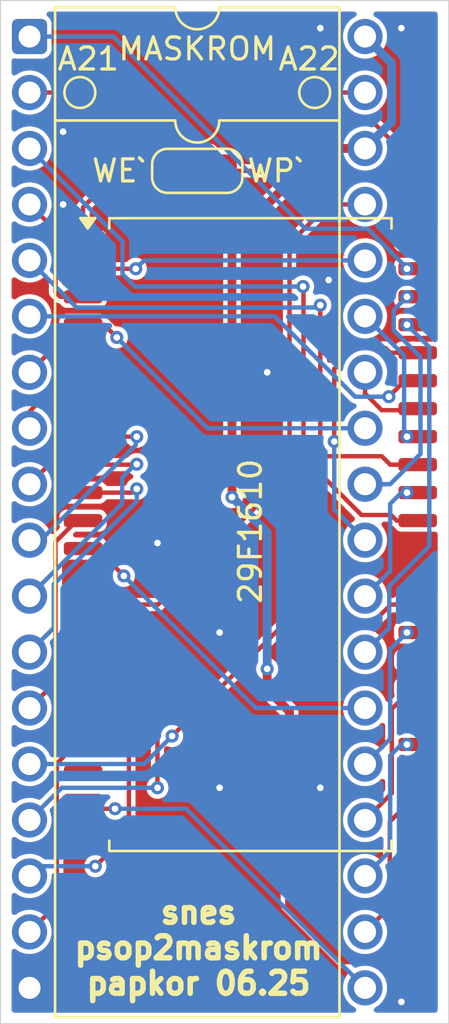
<source format=kicad_pcb>
(kicad_pcb (version 20241229) (generator "pcbnew") (generator_version "9.0")
  (layers (0 "F.Cu" signal) (2 "B.Cu" signal) (13 "F.Paste" user) (15 "B.Paste" user) (5 "F.SilkS" user "F.Silkscreen") (7 "B.SilkS" user "B.Silkscreen") (1 "F.Mask" user) (3 "B.Mask" user) (25 "Edge.Cuts" user))
  (net 0 "")
  (net 1 "/A21")
  (net 2 "/A20")
  (net 3 "/A5")
  (net 4 "/A19")
  (net 5 "/A1")
  (net 6 "/A9")
  (net 7 "/A2")
  (net 8 "/A14")
  (net 9 "/A0")
  (net 10 "/Vcc")
  (net 11 "/A7")
  (net 12 "/A11")
  (net 13 "/A3")
  (net 14 "/A18")
  (net 15 "/D6")
  (net 16 "/D1")
  (net 17 "/D5")
  (net 18 "/CE`")
  (net 19 "/A13")
  (net 20 "/A6")
  (net 21 "/A10")
  (net 22 "/D2")
  (net 23 "/D4")
  (net 24 "/D3")
  (net 25 "/A4")
  (net 26 "/A8")
  (net 27 "/D7")
  (net 28 "/A12")
  (net 29 "/A16")
  (net 30 "/Vss")
  (net 31 "/A15")
  (net 32 "/D0")
  (net 33 "/A22")
  (net 34 "/OE`")
  (net 35 "/A17")
  (net 39 "/WE`")
  (net 44 "/WP`")
  (footprint "TestPoint:TestPoint_Pad_D1.0mm" (layer "F.Cu") (at 116.205 68.58)
    (property "Reference" "TP1" (hide yes))
    (property "Value" "A21" (at 0.381 -1.524 0) (layer "F.SilkS"))
    (fp_circle (center 0 0) (end 0 0.7) (stroke (width 0.12)) (fill no) (layer "F.SilkS"))
    (pad "1" smd circle (at 0 0) (size 1 1) (layers "F.Cu" "F.Mask") (net 1 "/A21"))
  )
  (footprint "TestPoint:TestPoint_Pad_D1.0mm" (layer "F.Cu") (at 126.873 68.58)
    (property "Reference" "TP2" (hide yes))
    (property "Value" "A22" (at -0.254 -1.524 0) (layer "F.SilkS"))
    (fp_circle (center 0 0) (end 0 0.7) (stroke (width 0.12)) (fill no) (layer "F.SilkS"))
    (pad "1" smd circle (at 0 0) (size 1 1) (layers "F.Cu" "F.Mask") (net 33 "/A22"))
  )
  (footprint "Package_SO:SOP-44_12.6x28.5mm_P1.27mm" (layer "F.Cu") (at 123.952 88.646)
    (property "Reference" "U3" (hide yes))
    (property "Value" "29F1610" (at 0 -0.146 90) (layer "F.SilkS"))
    (fp_line (start -6.41 -14.36) (end -6.41 -13.895) (stroke (width 0.12)) (layer "F.SilkS"))
    (fp_line (start -6.41 14.36) (end -6.41 13.895) (stroke (width 0.12)) (layer "F.SilkS"))
    (fp_line (start 0 -14.36) (end -6.41 -14.36) (stroke (width 0.12)) (layer "F.SilkS"))
    (fp_line (start 0 -14.36) (end 6.41 -14.36) (stroke (width 0.12)) (layer "F.SilkS"))
    (fp_line (start 0 14.36) (end -6.41 14.36) (stroke (width 0.12)) (layer "F.SilkS"))
    (fp_line (start 0 14.36) (end 6.41 14.36) (stroke (width 0.12)) (layer "F.SilkS"))
    (fp_line (start 6.41 -14.36) (end 6.41 -13.895) (stroke (width 0.12)) (layer "F.SilkS"))
    (fp_line (start 6.41 14.36) (end 6.41 13.895) (stroke (width 0.12)) (layer "F.SilkS"))
    (fp_poly (pts (xy -7.3875 -13.895) (xy -7.7275 -14.365) (xy -7.0475 -14.365)) (stroke (width 0.12)) (fill yes) (layer "F.SilkS"))
    (pad "1" smd roundrect (at -7.6 -13.335) (size 1.75 0.6) (layers "F.Cu" "F.Mask" "F.Paste") (net 39 "/WE`"))
    (pad "2" smd roundrect (at -7.6 -12.065) (size 1.75 0.6) (layers "F.Cu" "F.Mask" "F.Paste") (net 4 "/A19"))
    (pad "3" smd roundrect (at -7.6 -10.795) (size 1.75 0.6) (layers "F.Cu" "F.Mask" "F.Paste") (net 14 "/A18"))
    (pad "4" smd roundrect (at -7.6 -9.525) (size 1.75 0.6) (layers "F.Cu" "F.Mask" "F.Paste") (net 26 "/A8"))
    (pad "5" smd roundrect (at -7.6 -8.255) (size 1.75 0.6) (layers "F.Cu" "F.Mask" "F.Paste") (net 11 "/A7"))
    (pad "6" smd roundrect (at -7.6 -6.985) (size 1.75 0.6) (layers "F.Cu" "F.Mask" "F.Paste") (net 20 "/A6"))
    (pad "7" smd roundrect (at -7.6 -5.715) (size 1.75 0.6) (layers "F.Cu" "F.Mask" "F.Paste") (net 3 "/A5"))
    (pad "8" smd roundrect (at -7.6 -4.445) (size 1.75 0.6) (layers "F.Cu" "F.Mask" "F.Paste") (net 25 "/A4"))
    (pad "9" smd roundrect (at -7.6 -3.175) (size 1.75 0.6) (layers "F.Cu" "F.Mask" "F.Paste") (net 13 "/A3"))
    (pad "10" smd roundrect (at -7.6 -1.905) (size 1.75 0.6) (layers "F.Cu" "F.Mask" "F.Paste") (net 7 "/A2"))
    (pad "11" smd roundrect (at -7.6 -0.635) (size 1.75 0.6) (layers "F.Cu" "F.Mask" "F.Paste") (net 5 "/A1"))
    (pad "12" smd roundrect (at -7.6 0.635) (size 1.75 0.6) (layers "F.Cu" "F.Mask" "F.Paste") (net 18 "/CE`"))
    (pad "13" smd roundrect (at -7.6 1.905) (size 1.75 0.6) (layers "F.Cu" "F.Mask" "F.Paste") (net 30 "/Vss"))
    (pad "14" smd roundrect (at -7.6 3.175) (size 1.75 0.6) (layers "F.Cu" "F.Mask" "F.Paste") (net 34 "/OE`"))
    (pad "15" smd roundrect (at -7.6 4.445) (size 1.75 0.6) (layers "F.Cu" "F.Mask" "F.Paste") (net 32 "/D0"))
    (pad "16" smd roundrect (at -7.6 5.715) (size 1.75 0.6) (layers "F.Cu" "F.Mask" "F.Paste"))
    (pad "17" smd roundrect (at -7.6 6.985) (size 1.75 0.6) (layers "F.Cu" "F.Mask" "F.Paste") (net 16 "/D1"))
    (pad "18" smd roundrect (at -7.6 8.255) (size 1.75 0.6) (layers "F.Cu" "F.Mask" "F.Paste"))
    (pad "19" smd roundrect (at -7.6 9.525) (size 1.75 0.6) (layers "F.Cu" "F.Mask" "F.Paste") (net 22 "/D2"))
    (pad "20" smd roundrect (at -7.6 10.795) (size 1.75 0.6) (layers "F.Cu" "F.Mask" "F.Paste"))
    (pad "21" smd roundrect (at -7.6 12.065) (size 1.75 0.6) (layers "F.Cu" "F.Mask" "F.Paste") (net 24 "/D3"))
    (pad "22" smd roundrect (at -7.6 13.335) (size 1.75 0.6) (layers "F.Cu" "F.Mask" "F.Paste"))
    (pad "23" smd roundrect (at 7.6 13.335) (size 1.75 0.6) (layers "F.Cu" "F.Mask" "F.Paste") (net 10 "/Vcc"))
    (pad "24" smd roundrect (at 7.6 12.065) (size 1.75 0.6) (layers "F.Cu" "F.Mask" "F.Paste") (net 23 "/D4"))
    (pad "25" smd roundrect (at 7.6 10.795) (size 1.75 0.6) (layers "F.Cu" "F.Mask" "F.Paste"))
    (pad "26" smd roundrect (at 7.6 9.525) (size 1.75 0.6) (layers "F.Cu" "F.Mask" "F.Paste") (net 17 "/D5"))
    (pad "27" smd roundrect (at 7.6 8.255) (size 1.75 0.6) (layers "F.Cu" "F.Mask" "F.Paste"))
    (pad "28" smd roundrect (at 7.6 6.985) (size 1.75 0.6) (layers "F.Cu" "F.Mask" "F.Paste") (net 15 "/D6"))
    (pad "29" smd roundrect (at 7.6 5.715) (size 1.75 0.6) (layers "F.Cu" "F.Mask" "F.Paste"))
    (pad "30" smd roundrect (at 7.6 4.445) (size 1.75 0.6) (layers "F.Cu" "F.Mask" "F.Paste") (net 27 "/D7"))
    (pad "31" smd roundrect (at 7.6 3.175) (size 1.75 0.6) (layers "F.Cu" "F.Mask" "F.Paste") (net 9 "/A0"))
    (pad "32" smd roundrect (at 7.6 1.905) (size 1.75 0.6) (layers "F.Cu" "F.Mask" "F.Paste") (net 30 "/Vss"))
    (pad "33" smd roundrect (at 7.6 0.635) (size 1.75 0.6) (layers "F.Cu" "F.Mask" "F.Paste") (net 30 "/Vss"))
    (pad "34" smd roundrect (at 7.6 -0.635) (size 1.75 0.6) (layers "F.Cu" "F.Mask" "F.Paste") (net 35 "/A17"))
    (pad "35" smd roundrect (at 7.6 -1.905) (size 1.75 0.6) (layers "F.Cu" "F.Mask" "F.Paste") (net 29 "/A16"))
    (pad "36" smd roundrect (at 7.6 -3.175) (size 1.75 0.6) (layers "F.Cu" "F.Mask" "F.Paste") (net 31 "/A15"))
    (pad "37" smd roundrect (at 7.6 -4.445) (size 1.75 0.6) (layers "F.Cu" "F.Mask" "F.Paste") (net 8 "/A14"))
    (pad "38" smd roundrect (at 7.6 -5.715) (size 1.75 0.6) (layers "F.Cu" "F.Mask" "F.Paste") (net 19 "/A13"))
    (pad "39" smd roundrect (at 7.6 -6.985) (size 1.75 0.6) (layers "F.Cu" "F.Mask" "F.Paste") (net 28 "/A12"))
    (pad "40" smd roundrect (at 7.6 -8.255) (size 1.75 0.6) (layers "F.Cu" "F.Mask" "F.Paste") (net 12 "/A11"))
    (pad "41" smd roundrect (at 7.6 -9.525) (size 1.75 0.6) (layers "F.Cu" "F.Mask" "F.Paste") (net 21 "/A10"))
    (pad "42" smd roundrect (at 7.6 -10.795) (size 1.75 0.6) (layers "F.Cu" "F.Mask" "F.Paste") (net 6 "/A9"))
    (pad "43" smd roundrect (at 7.6 -12.065) (size 1.75 0.6) (layers "F.Cu" "F.Mask" "F.Paste") (net 2 "/A20"))
    (pad "44" smd roundrect (at 7.6 -13.335) (size 1.75 0.6) (layers "F.Cu" "F.Mask" "F.Paste") (net 44 "/WP`"))
  )
  (footprint "Jumper:SolderJumper-3_P1.3mm_Open_RoundedPad1.0x1.5mm_NumberLabels" (layer "F.Cu") (at 121.539 72.136 180)
    (property "Reference" "JP1" (hide yes))
    (property "Value" "WE`/WP`")
    (fp_line (start 2.05 -0.3) (end 2.05 0.3) (stroke (width 0.12)) (layer "F.SilkS"))
    (fp_line (start 1.4 1) (end -1.4 1) (stroke (width 0.12)) (layer "F.SilkS"))
    (fp_line (start -1.4 -1) (end 1.4 -1) (stroke (width 0.12)) (layer "F.SilkS"))
    (fp_line (start -2.05 0.3) (end -2.05 -0.3) (stroke (width 0.12)) (layer "F.SilkS"))
    (fp_arc (start 2.05 0.3) (mid 1.844975 0.794975) (end 1.35 1) (stroke (width 0.12)) (layer "F.SilkS"))
    (fp_arc (start 1.35 -1) (mid 1.844975 -0.794975) (end 2.05 -0.3) (stroke (width 0.12)) (layer "F.SilkS"))
    (fp_arc (start -1.35 1) (mid -1.844975 0.794975) (end -2.05 0.3) (stroke (width 0.12)) (layer "F.SilkS"))
    (fp_arc (start -2.05 -0.3) (mid -1.844975 -0.794975) (end -1.35 -1) (stroke (width 0.12)) (layer "F.SilkS"))
    (fp_text user "WP`" (at -3.556 0 0) (layer "F.SilkS"))
    (fp_text user "WE`" (at 3.556 0 0) (layer "F.SilkS"))
    (pad "1" smd custom (at -1.3 0 180) (size 1 0.5) (layers "F.Cu" "F.Mask") (net 44 "/WP`") (options (clearance outline) (anchor rect)) (primitives (gr_circle (center 0 0.25) (end 0.5 0.25) (width 0) (fill yes)) (gr_circle (center 0 -0.25) (end 0.5 -0.25) (width 0) (fill yes)) (gr_poly (pts (xy 0.55 0.75) (xy 0 0.75) (xy 0 -0.75) (xy 0.55 -0.75)) (width 0) (fill yes))))
    (pad "2" smd rect (at 0 0 180) (size 1 1.5) (layers "F.Cu" "F.Mask") (net 30 "/Vss"))
    (pad "3" smd custom (at 1.3 0 180) (size 1 0.5) (layers "F.Cu" "F.Mask") (net 39 "/WE`") (options (clearance outline) (anchor rect)) (primitives (gr_circle (center 0 0.25) (end 0.5 0.25) (width 0) (fill yes)) (gr_circle (center 0 -0.25) (end 0.5 -0.25) (width 0) (fill yes)) (gr_poly (pts (xy 0 0.75) (xy -0.55 0.75) (xy -0.55 -0.75) (xy 0 -0.75)) (width 0) (fill yes))))
  )
  (footprint "Package_DIP_36:DIP-36_W15.24mm" (layer "F.Cu") (at 113.919 66.04)
    (property "Reference" "U1" (hide yes))
    (property "Value" "MASKROM" (at 7.62 0.56 0) (layer "F.SilkS"))
    (fp_line (start 1.16 -1.33) (end 1.16 44.51) (stroke (width 0.12)) (layer "F.SilkS"))
    (fp_line (start 1.16 44.51) (end 14.08 44.51) (stroke (width 0.12)) (layer "F.SilkS"))
    (fp_line (start 6.62 -1.33) (end 1.16 -1.33) (stroke (width 0.12)) (layer "F.SilkS"))
    (fp_line (start 6.62 3.81) (end 1.16 3.81) (stroke (width 0.12)) (layer "F.SilkS"))
    (fp_line (start 14.08 -1.33) (end 8.62 -1.33) (stroke (width 0.12)) (layer "F.SilkS"))
    (fp_line (start 14.08 3.81) (end 8.62 3.81) (stroke (width 0.12)) (layer "F.SilkS"))
    (fp_line (start 14.08 44.51) (end 14.08 -1.33) (stroke (width 0.12)) (layer "F.SilkS"))
    (fp_arc (start 8.62 -1.33) (mid 7.62 -0.33) (end 6.62 -1.33) (stroke (width 0.12)) (layer "F.SilkS"))
    (fp_arc (start 8.62 3.81) (mid 7.62 4.81) (end 6.62 3.81) (stroke (width 0.12)) (layer "F.SilkS"))
    (pad "1" thru_hole roundrect (at 0 0) (size 1.6 1.6) (drill 1) (layers "*.Cu" "*.Mask") (roundrect_rratio 0.15625) (net 2 "/A20"))
    (pad "2" thru_hole circle (at 0 2.54) (size 1.6 1.6) (drill 1) (layers "*.Cu" "*.Mask") (net 1 "/A21"))
    (pad "3" thru_hole circle (at 0 5.08) (size 1.6 1.6) (drill 1) (layers "*.Cu" "*.Mask") (net 35 "/A17"))
    (pad "4" thru_hole circle (at 0 7.62) (size 1.6 1.6) (drill 1) (layers "*.Cu" "*.Mask") (net 14 "/A18"))
    (pad "5" thru_hole circle (at 0 10.16) (size 1.6 1.6) (drill 1) (layers "*.Cu" "*.Mask") (net 31 "/A15"))
    (pad "6" thru_hole circle (at 0 12.7) (size 1.6 1.6) (drill 1) (layers "*.Cu" "*.Mask") (net 28 "/A12"))
    (pad "7" thru_hole circle (at 0 15.24) (size 1.6 1.6) (drill 1) (layers "*.Cu" "*.Mask") (net 11 "/A7"))
    (pad "8" thru_hole circle (at 0 17.78) (size 1.6 1.6) (drill 1) (layers "*.Cu" "*.Mask") (net 20 "/A6"))
    (pad "9" thru_hole circle (at 0 20.32) (size 1.6 1.6) (drill 1) (layers "*.Cu" "*.Mask") (net 3 "/A5"))
    (pad "10" thru_hole circle (at 0 22.86) (size 1.6 1.6) (drill 1) (layers "*.Cu" "*.Mask") (net 25 "/A4"))
    (pad "11" thru_hole circle (at 0 25.4) (size 1.6 1.6) (drill 1) (layers "*.Cu" "*.Mask") (net 13 "/A3"))
    (pad "12" thru_hole circle (at 0 27.94) (size 1.6 1.6) (drill 1) (layers "*.Cu" "*.Mask") (net 7 "/A2"))
    (pad "13" thru_hole circle (at 0 30.48) (size 1.6 1.6) (drill 1) (layers "*.Cu" "*.Mask") (net 5 "/A1"))
    (pad "14" thru_hole circle (at 0 33.02) (size 1.6 1.6) (drill 1) (layers "*.Cu" "*.Mask") (net 9 "/A0"))
    (pad "15" thru_hole circle (at 0 35.56) (size 1.6 1.6) (drill 1) (layers "*.Cu" "*.Mask") (net 32 "/D0"))
    (pad "16" thru_hole circle (at 0 38.1) (size 1.6 1.6) (drill 1) (layers "*.Cu" "*.Mask") (net 16 "/D1"))
    (pad "17" thru_hole circle (at 0 40.64) (size 1.6 1.6) (drill 1) (layers "*.Cu" "*.Mask") (net 22 "/D2"))
    (pad "18" thru_hole circle (at 0 43.18) (size 1.6 1.6) (drill 1) (layers "*.Cu" "*.Mask") (net 30 "/Vss"))
    (pad "19" thru_hole circle (at 15.24 43.18) (size 1.6 1.6) (drill 1) (layers "*.Cu" "*.Mask") (net 24 "/D3"))
    (pad "20" thru_hole circle (at 15.24 40.64) (size 1.6 1.6) (drill 1) (layers "*.Cu" "*.Mask") (net 23 "/D4"))
    (pad "21" thru_hole circle (at 15.24 38.1) (size 1.6 1.6) (drill 1) (layers "*.Cu" "*.Mask") (net 17 "/D5"))
    (pad "22" thru_hole circle (at 15.24 35.56) (size 1.6 1.6) (drill 1) (layers "*.Cu" "*.Mask") (net 15 "/D6"))
    (pad "23" thru_hole circle (at 15.24 33.02) (size 1.6 1.6) (drill 1) (layers "*.Cu" "*.Mask") (net 27 "/D7"))
    (pad "24" thru_hole circle (at 15.24 30.48) (size 1.6 1.6) (drill 1) (layers "*.Cu" "*.Mask") (net 18 "/CE`"))
    (pad "25" thru_hole circle (at 15.24 27.94) (size 1.6 1.6) (drill 1) (layers "*.Cu" "*.Mask") (net 21 "/A10"))
    (pad "26" thru_hole circle (at 15.24 25.4) (size 1.6 1.6) (drill 1) (layers "*.Cu" "*.Mask") (net 29 "/A16"))
    (pad "27" thru_hole circle (at 15.24 22.86) (size 1.6 1.6) (drill 1) (layers "*.Cu" "*.Mask") (net 12 "/A11"))
    (pad "28" thru_hole circle (at 15.24 20.32) (size 1.6 1.6) (drill 1) (layers "*.Cu" "*.Mask") (net 6 "/A9"))
    (pad "29" thru_hole circle (at 15.24 17.78) (size 1.6 1.6) (drill 1) (layers "*.Cu" "*.Mask") (net 26 "/A8"))
    (pad "30" thru_hole circle (at 15.24 15.24) (size 1.6 1.6) (drill 1) (layers "*.Cu" "*.Mask") (net 19 "/A13"))
    (pad "31" thru_hole circle (at 15.24 12.7) (size 1.6 1.6) (drill 1) (layers "*.Cu" "*.Mask") (net 8 "/A14"))
    (pad "32" thru_hole circle (at 15.24 10.16) (size 1.6 1.6) (drill 1) (layers "*.Cu" "*.Mask") (net 4 "/A19"))
    (pad "33" thru_hole circle (at 15.24 7.62) (size 1.6 1.6) (drill 1) (layers "*.Cu" "*.Mask") (net 34 "/OE`"))
    (pad "34" thru_hole circle (at 15.24 5.08) (size 1.6 1.6) (drill 1) (layers "*.Cu" "*.Mask") (net 10 "/Vcc"))
    (pad "35" thru_hole circle (at 15.24 2.54) (size 1.6 1.6) (drill 1) (layers "*.Cu" "*.Mask") (net 33 "/A22"))
    (pad "36" thru_hole circle (at 15.24 0) (size 1.6 1.6) (drill 1) (layers "*.Cu" "*.Mask") (net 10 "/Vcc"))
  )
  (gr_rect (start 112.603 64.4058) (end 132.961 110.8458) (stroke (width 0.05)) (fill no) (layer "Edge.Cuts"))
  (gr_text "snes\npsop2maskrom\npapkor 06.25" (at 121.6 109.6 -0) (layer "F.SilkS") (effects (font (size 1 1) (thickness 0.25) (bold yes)) (justify bottom)))
  (segment (start 116.205 68.58) (end 113.919 68.58) (width 0.2) (layer "F.Cu") (net 1))
  (via (at 131.064 76.581) (size 0.6) (drill 0.3) (layers "F.Cu" "B.Cu") (net 2))
  (segment (start 117.729 66.04) (end 113.919 66.04) (width 0.2) (layer "B.Cu") (net 2))
  (segment (start 126.45 74.761) (end 117.729 66.04) (width 0.2) (layer "B.Cu") (net 2))
  (segment (start 129.27705 74.761) (end 126.45 74.761) (width 0.2) (layer "B.Cu") (net 2))
  (segment (start 131.064 76.54795) (end 129.27705 74.761) (width 0.2) (layer "B.Cu") (net 2))
  (segment (start 131.064 76.581) (end 131.064 76.54795) (width 0.2) (layer "B.Cu") (net 2))
  (segment (start 116.352 82.931) (end 115.477001 82.931) (width 0.2) (layer "F.Cu") (net 3))
  (segment (start 116.352 82.931) (end 116.5967 82.931) (width 0.2) (layer "F.Cu") (net 3))
  (segment (start 115.02 83.388001) (end 115.02 85.259) (width 0.2) (layer "F.Cu") (net 3))
  (segment (start 115.02 85.259) (end 113.919 86.36) (width 0.2) (layer "F.Cu") (net 3))
  (segment (start 115.477001 82.931) (end 115.02 83.388001) (width 0.2) (layer "F.Cu") (net 3))
  (segment (start 118.745 76.581) (end 116.352 76.581) (width 0.2) (layer "F.Cu") (net 4))
  (via (at 118.745 76.581) (size 0.6) (drill 0.3) (layers "F.Cu" "B.Cu") (net 4))
  (segment (start 119.126 76.2) (end 129.159 76.2) (width 0.2) (layer "B.Cu") (net 4))
  (segment (start 118.745 76.581) (end 119.126 76.2) (width 0.2) (layer "B.Cu") (net 4))
  (segment (start 115.0977 88.9765) (end 116.0632 88.011) (width 0.2) (layer "F.Cu") (net 5))
  (segment (start 115.0977 95.3413) (end 115.0977 88.9765) (width 0.2) (layer "F.Cu") (net 5))
  (segment (start 113.919 96.52) (end 115.0977 95.3413) (width 0.2) (layer "F.Cu") (net 5))
  (segment (start 116.0632 88.011) (end 116.352 88.011) (width 0.2) (layer "F.Cu") (net 5))
  (segment (start 131.552 77.851) (end 131.3376 77.6366) (width 0.2) (layer "F.Cu") (net 6))
  (via (at 131.064 77.851) (size 0.6) (drill 0.3) (layers "F.Cu" "B.Cu") (net 6))
  (segment (start 130.463 78.452) (end 131.064 77.851) (width 0.2) (layer "B.Cu") (net 6))
  (segment (start 131.679 84.983) (end 131.679 80.585943) (width 0.2) (layer "B.Cu") (net 6))
  (segment (start 131.679 80.585943) (end 130.463 79.369943) (width 0.2) (layer "B.Cu") (net 6))
  (segment (start 130.302 86.36) (end 131.679 84.983) (width 0.2) (layer "B.Cu") (net 6))
  (segment (start 129.159 86.36) (end 130.302 86.36) (width 0.2) (layer "B.Cu") (net 6))
  (segment (start 130.463 79.369943) (end 130.463 78.452) (width 0.2) (layer "B.Cu") (net 6))
  (segment (start 118.618 86.741) (end 118.7896 86.5694) (width 0.2) (layer "F.Cu") (net 7))
  (segment (start 116.352 86.741) (end 118.618 86.741) (width 0.2) (layer "F.Cu") (net 7))
  (via (at 118.7896 86.5694) (size 0.6) (drill 0.3) (layers "F.Cu" "B.Cu") (net 7))
  (segment (start 113.919 93.98) (end 115.02 92.879) (width 0.2) (layer "B.Cu") (net 7))
  (segment (start 118.7896 87.1365) (end 118.7896 86.5694) (width 0.2) (layer "B.Cu") (net 7))
  (segment (start 115.02 90.9061) (end 118.7896 87.1365) (width 0.2) (layer "B.Cu") (net 7))
  (segment (start 115.02 92.879) (end 115.02 90.9061) (width 0.2) (layer "B.Cu") (net 7))
  (via (at 131.064 84.201) (size 0.6) (drill 0.3) (layers "F.Cu" "B.Cu") (net 8))
  (segment (start 129.159 78.74) (end 130.937 80.518) (width 0.2) (layer "B.Cu") (net 8))
  (segment (start 130.937 84.074) (end 131.064 84.201) (width 0.2) (layer "B.Cu") (net 8))
  (segment (start 130.937 80.518) (end 130.937 84.074) (width 0.2) (layer "B.Cu") (net 8))
  (segment (start 129.27705 92.879) (end 125.307 92.879) (width 0.2) (layer "F.Cu") (net 9))
  (segment (start 125.307 92.879) (end 120.396 97.79) (width 0.2) (layer "F.Cu") (net 9))
  (segment (start 131.552 91.821) (end 130.33505 91.821) (width 0.2) (layer "F.Cu") (net 9))
  (segment (start 130.33505 91.821) (end 129.27705 92.879) (width 0.2) (layer "F.Cu") (net 9))
  (via (at 120.396 97.79) (size 0.6) (drill 0.3) (layers "F.Cu" "B.Cu") (net 9))
  (segment (start 113.919 99.06) (end 119.126 99.06) (width 0.2) (layer "B.Cu") (net 9))
  (segment (start 119.126 99.06) (end 120.396 97.79) (width 0.2) (layer "B.Cu") (net 9))
  (segment (start 127.254 71.12) (end 129.159 71.12) (width 0.4) (layer "F.Cu") (net 10))
  (segment (start 129.921 107.95) (end 131.552 106.319) (width 0.4) (layer "F.Cu") (net 10))
  (segment (start 123.116135 86.946635) (end 123.116135 75.257865) (width 0.4) (layer "F.Cu") (net 10))
  (segment (start 128.27 107.95) (end 129.921 107.95) (width 0.4) (layer "F.Cu") (net 10))
  (segment (start 131.552 106.319) (end 131.552 101.981) (width 0.4) (layer "F.Cu") (net 10))
  (segment (start 125.73 105.41) (end 128.27 107.95) (width 0.4) (layer "F.Cu") (net 10))
  (segment (start 124.714 95.668557) (end 125.73 96.684557) (width 0.4) (layer "F.Cu") (net 10))
  (segment (start 123.116135 75.257865) (end 127.254 71.12) (width 0.4) (layer "F.Cu") (net 10))
  (segment (start 125.73 96.684557) (end 125.73 105.41) (width 0.4) (layer "F.Cu") (net 10))
  (segment (start 124.714 94.742) (end 124.714 95.668557) (width 0.4) (layer "F.Cu") (net 10))
  (via (at 123.116135 86.946635) (size 0.6) (drill 0.3) (layers "F.Cu" "B.Cu") (net 10))
  (via (at 124.714 94.742) (size 0.6) (drill 0.3) (layers "F.Cu" "B.Cu") (net 10))
  (segment (start 129.159 71.12) (end 130.36 69.919) (width 0.4) (layer "B.Cu") (net 10))
  (segment (start 123.116135 86.946635) (end 124.714 88.5445) (width 0.4) (layer "B.Cu") (net 10))
  (segment (start 130.36 69.919) (end 130.36 67.241) (width 0.4) (layer "B.Cu") (net 10))
  (segment (start 124.714 88.5445) (end 124.714 94.742) (width 0.4) (layer "B.Cu") (net 10))
  (segment (start 130.36 67.241) (end 129.159 66.04) (width 0.4) (layer "B.Cu") (net 10))
  (segment (start 114.808 80.391) (end 113.919 81.28) (width 0.2) (layer "F.Cu") (net 11))
  (segment (start 116.352 80.391) (end 114.808 80.391) (width 0.2) (layer "F.Cu") (net 11))
  (segment (start 128.70295 80.179) (end 127.762 81.11995) (width 0.2) (layer "F.Cu") (net 12))
  (segment (start 131.552 80.391) (end 131.34 80.179) (width 0.2) (layer "F.Cu") (net 12))
  (segment (start 131.552 80.391) (end 130.302 80.391) (width 0.2) (layer "F.Cu") (net 12))
  (segment (start 127.762 81.11995) (end 127.762 84.42) (width 0.2) (layer "F.Cu") (net 12))
  (segment (start 130.302 80.391) (end 130.09 80.179) (width 0.2) (layer "F.Cu") (net 12))
  (segment (start 130.09 80.179) (end 128.70295 80.179) (width 0.2) (layer "F.Cu") (net 12))
  (segment (start 131.4582 80.4848) (end 131.552 80.391) (width 0.2) (layer "F.Cu") (net 12))
  (via (at 127.762 84.42) (size 0.6) (drill 0.3) (layers "F.Cu" "B.Cu") (net 12))
  (segment (start 127.762 84.42) (end 127.762 87.503) (width 0.2) (layer "B.Cu") (net 12))
  (segment (start 127.762 87.503) (end 129.159 88.9) (width 0.2) (layer "B.Cu") (net 12))
  (segment (start 118.70453 85.471) (end 118.724765 85.450765) (width 0.2) (layer "F.Cu") (net 13))
  (segment (start 116.0583 85.471) (end 116.352 85.471) (width 0.2) (layer "F.Cu") (net 13))
  (segment (start 116.352 85.471) (end 118.70453 85.471) (width 0.2) (layer "F.Cu") (net 13))
  (via (at 118.7896 85.450765) (size 0.6) (drill 0.3) (layers "F.Cu" "B.Cu") (net 13))
  (segment (start 118.1291 86.04643) (end 118.1291 87.2299) (width 0.2) (layer "B.Cu") (net 13))
  (segment (start 118.1291 87.2299) (end 113.919 91.44) (width 0.2) (layer "B.Cu") (net 13))
  (segment (start 118.724765 85.450765) (end 118.1291 86.04643) (width 0.2) (layer "B.Cu") (net 13))
  (segment (start 116.352 77.851) (end 115.316 77.851) (width 0.2) (layer "F.Cu") (net 14))
  (segment (start 115.0982 74.8392) (end 113.919 73.66) (width 0.2) (layer "F.Cu") (net 14))
  (segment (start 115.0982 77.6332) (end 115.0982 74.8392) (width 0.2) (layer "F.Cu") (net 14))
  (segment (start 115.316 77.851) (end 115.0982 77.6332) (width 0.2) (layer "F.Cu") (net 14))
  (segment (start 131.305032 95.631) (end 131.552 95.631) (width 0.2) (layer "F.Cu") (net 15))
  (segment (start 131.2525 95.631) (end 131.552 95.631) (width 0.2) (layer "F.Cu") (net 15))
  (segment (start 129.159 101.6) (end 130.376 100.383) (width 0.2) (layer "F.Cu") (net 15))
  (segment (start 130.376 100.383) (end 130.376 96.560032) (width 0.2) (layer "F.Cu") (net 15))
  (segment (start 130.376 96.560032) (end 131.305032 95.631) (width 0.2) (layer "F.Cu") (net 15))
  (segment (start 118.4328 97.3983) (end 118.4328 102.1743) (width 0.2) (layer "F.Cu") (net 16))
  (segment (start 118.4328 102.1743) (end 116.9084 103.6987) (width 0.2) (layer "F.Cu") (net 16))
  (segment (start 116.6655 95.631) (end 118.4328 97.3983) (width 0.2) (layer "F.Cu") (net 16))
  (segment (start 116.352 95.631) (end 116.6655 95.631) (width 0.2) (layer "F.Cu") (net 16))
  (via (at 116.9084 103.6987) (size 0.6) (drill 0.3) (layers "F.Cu" "B.Cu") (net 16))
  (segment (start 116.9084 103.6987) (end 114.3603 103.6987) (width 0.2) (layer "B.Cu") (net 16))
  (segment (start 114.3603 103.6987) (end 113.919 104.14) (width 0.2) (layer "B.Cu") (net 16))
  (segment (start 131.2525 98.171) (end 131.064 98.171) (width 0.2) (layer "F.Cu") (net 17))
  (via (at 131.064 98.171) (size 0.6) (drill 0.3) (layers "F.Cu" "B.Cu") (net 17))
  (segment (start 130.302 98.679) (end 130.302 102.997) (width 0.2) (layer "B.Cu") (net 17))
  (segment (start 130.81 98.171) (end 130.302 98.679) (width 0.2) (layer "B.Cu") (net 17))
  (segment (start 131.064 98.171) (end 130.81 98.171) (width 0.2) (layer "B.Cu") (net 17))
  (segment (start 130.302 102.997) (end 129.159 104.14) (width 0.2) (layer "B.Cu") (net 17))
  (segment (start 118.2044 90.5193) (end 116.9661 89.281) (width 0.2) (layer "F.Cu") (net 18))
  (segment (start 116.9661 89.281) (end 116.352 89.281) (width 0.2) (layer "F.Cu") (net 18))
  (via (at 118.2044 90.5193) (size 0.6) (drill 0.3) (layers "F.Cu" "B.Cu") (net 18))
  (segment (start 118.2044 90.5193) (end 124.2051 96.52) (width 0.2) (layer "B.Cu") (net 18))
  (segment (start 124.2051 96.52) (end 129.159 96.52) (width 0.2) (layer "B.Cu") (net 18))
  (segment (start 129.9166 82.9993) (end 129.159 82.2417) (width 0.2) (layer "F.Cu") (net 19))
  (segment (start 131.552 82.931) (end 131.4837 82.9993) (width 0.2) (layer "F.Cu") (net 19))
  (segment (start 131.4837 82.9993) (end 129.9166 82.9993) (width 0.2) (layer "F.Cu") (net 19))
  (segment (start 129.159 82.2417) (end 129.159 81.28) (width 0.2) (layer "F.Cu") (net 19))
  (segment (start 113.919 83.058) (end 113.919 83.82) (width 0.2) (layer "F.Cu") (net 20))
  (segment (start 115.316 81.661) (end 113.919 83.058) (width 0.2) (layer "F.Cu") (net 20))
  (segment (start 116.352 81.661) (end 115.316 81.661) (width 0.2) (layer "F.Cu") (net 20))
  (via (at 131.064 79.121) (size 0.6) (drill 0.3) (layers "F.Cu" "B.Cu") (net 21))
  (segment (start 130.26 90.98395) (end 132.08 89.16395) (width 0.2) (layer "B.Cu") (net 21))
  (segment (start 130.26 92.879) (end 130.26 90.98395) (width 0.2) (layer "B.Cu") (net 21))
  (segment (start 132.08 89.16395) (end 132.08 80.137) (width 0.2) (layer "B.Cu") (net 21))
  (segment (start 129.159 93.98) (end 130.26 92.879) (width 0.2) (layer "B.Cu") (net 21))
  (segment (start 128.8649 93.6859) (end 129.159 93.98) (width 0.2) (layer "B.Cu") (net 21))
  (segment (start 132.08 80.137) (end 131.064 79.121) (width 0.2) (layer "B.Cu") (net 21))
  (segment (start 116.026 98.171) (end 116.352 98.171) (width 0.2) (layer "F.Cu") (net 22))
  (segment (start 113.919 106.68) (end 115.1568 105.4422) (width 0.2) (layer "F.Cu") (net 22))
  (segment (start 115.1568 99.0402) (end 116.026 98.171) (width 0.2) (layer "F.Cu") (net 22))
  (segment (start 115.1568 105.4422) (end 115.1568 99.0402) (width 0.2) (layer "F.Cu") (net 22))
  (segment (start 130.2838 105.5552) (end 130.2838 101.6797) (width 0.2) (layer "F.Cu") (net 23))
  (segment (start 129.159 106.68) (end 130.2838 105.5552) (width 0.2) (layer "F.Cu") (net 23))
  (segment (start 131.2525 100.711) (end 131.552 100.711) (width 0.2) (layer "F.Cu") (net 23))
  (segment (start 130.2838 101.6797) (end 131.2525 100.711) (width 0.2) (layer "F.Cu") (net 23))
  (segment (start 116.7305 101.0895) (end 116.352 100.711) (width 0.2) (layer "F.Cu") (net 24))
  (segment (start 117.8022 101.0895) (end 116.7305 101.0895) (width 0.2) (layer "F.Cu") (net 24))
  (via (at 117.8022 101.0895) (size 0.6) (drill 0.3) (layers "F.Cu" "B.Cu") (net 24))
  (segment (start 121.0285 101.0895) (end 117.8022 101.0895) (width 0.2) (layer "B.Cu") (net 24))
  (segment (start 129.159 109.22) (end 121.0285 101.0895) (width 0.2) (layer "B.Cu") (net 24))
  (segment (start 118.745 84.201) (end 116.352 84.201) (width 0.2) (layer "F.Cu") (net 25))
  (segment (start 115.9979 84.201) (end 116.352 84.201) (width 0.2) (layer "F.Cu") (net 25))
  (via (at 118.7896 84.201) (size 0.6) (drill 0.3) (layers "F.Cu" "B.Cu") (net 25))
  (segment (start 114.427 88.9) (end 113.919 88.9) (width 0.2) (layer "B.Cu") (net 25))
  (segment (start 118.745 84.582) (end 114.427 88.9) (width 0.2) (layer "B.Cu") (net 25))
  (segment (start 118.745 84.201) (end 118.745 84.582) (width 0.2) (layer "B.Cu") (net 25))
  (segment (start 116.352 79.121) (end 117.3069 79.121) (width 0.2) (layer "F.Cu") (net 26))
  (segment (start 117.3069 79.121) (end 117.8823 79.6964) (width 0.2) (layer "F.Cu") (net 26))
  (via (at 117.8823 79.6964) (size 0.6) (drill 0.3) (layers "F.Cu" "B.Cu") (net 26))
  (segment (start 128.886 84.093) (end 129.159 83.82) (width 0.2) (layer "B.Cu") (net 26))
  (segment (start 122.0059 83.82) (end 117.8823 79.6964) (width 0.2) (layer "B.Cu") (net 26))
  (segment (start 117.8823 79.6964) (end 121.9799 83.794) (width 0.2) (layer "B.Cu") (net 26))
  (segment (start 129.159 83.82) (end 122.0059 83.82) (width 0.2) (layer "B.Cu") (net 26))
  (segment (start 131.2573 93.091) (end 131.552 93.091) (width 0.2) (layer "F.Cu") (net 27))
  (segment (start 131.305032 93.091) (end 131.552 93.091) (width 0.2) (layer "F.Cu") (net 27))
  (via (at 131.064 93.091) (size 0.6) (drill 0.3) (layers "F.Cu" "B.Cu") (net 27))
  (segment (start 129.159 99.06) (end 130.302 97.917) (width 0.2) (layer "B.Cu") (net 27))
  (segment (start 130.302 93.853) (end 131.064 93.091) (width 0.2) (layer "B.Cu") (net 27))
  (segment (start 130.302 97.917) (end 130.302 93.853) (width 0.2) (layer "B.Cu") (net 27))
  (segment (start 131.552 81.661) (end 130.9679 81.661) (width 0.2) (layer "F.Cu") (net 28))
  (segment (start 130.9679 81.661) (end 130.2431 82.3858) (width 0.2) (layer "F.Cu") (net 28))
  (via (at 130.2431 82.3858) (size 0.6) (drill 0.3) (layers "F.Cu" "B.Cu") (net 28))
  (segment (start 128.70775 82.3858) (end 130.2431 82.3858) (width 0.2) (layer "B.Cu") (net 28))
  (segment (start 113.919 78.74) (end 125.06195 78.74) (width 0.2) (layer "B.Cu") (net 28))
  (segment (start 125.06195 78.74) (end 128.70775 82.3858) (width 0.2) (layer "B.Cu") (net 28))
  (via (at 131.064 86.741) (size 0.6) (drill 0.3) (layers "F.Cu" "B.Cu") (net 29))
  (segment (start 130.81 86.741) (end 130.302 87.249) (width 0.2) (layer "B.Cu") (net 29))
  (segment (start 128.5541 91.44) (end 129.159 91.44) (width 0.2) (layer "B.Cu") (net 29))
  (segment (start 130.302 87.249) (end 130.302 90.297) (width 0.2) (layer "B.Cu") (net 29))
  (segment (start 130.302 90.297) (end 129.159 91.44) (width 0.2) (layer "B.Cu") (net 29))
  (segment (start 131.064 86.741) (end 130.81 86.741) (width 0.2) (layer "B.Cu") (net 29))
  (segment (start 131.552 89.281) (end 131.552 90.551) (width 0.3) (layer "F.Cu") (net 30))
  (via (at 124.714 81.28) (size 0.6) (drill 0.3) (layers "F.Cu" "B.Cu") (net 30))
  (via (at 115.443 70.358) (size 0.6) (drill 0.3) (layers "F.Cu" "B.Cu") (net 30))
  (via (at 127.127 65.659) (size 0.6) (drill 0.3) (layers "F.Cu" "B.Cu") (net 30))
  (via (at 119.7307 89.027) (size 0.6) (drill 0.3) (layers "F.Cu" "B.Cu") (net 30))
  (via (at 122.555 93.091) (size 0.6) (drill 0.3) (layers "F.Cu" "B.Cu") (net 30))
  (via (at 130.81 109.855) (size 0.6) (drill 0.3) (layers "F.Cu" "B.Cu") (net 30))
  (via (at 122.555 100.1375) (size 0.6) (drill 0.3) (layers "F.Cu" "B.Cu") (net 30))
  (via (at 115.443 73.66) (size 0.6) (drill 0.3) (layers "F.Cu" "B.Cu") (net 30))
  (via (at 127.127 100.1375) (size 0.6) (drill 0.3) (layers "F.Cu" "B.Cu") (net 30))
  (via (at 127.508 77.089) (size 0.6) (drill 0.3) (layers "F.Cu" "B.Cu") (net 30))
  (via (at 130.81 65.659) (size 0.6) (drill 0.3) (layers "F.Cu" "B.Cu") (net 30))
  (segment (start 127.127 78.232) (end 127.127 84.836) (width 0.2) (layer "F.Cu") (net 31))
  (segment (start 127.381 85.09) (end 129.921 85.09) (width 0.2) (layer "F.Cu") (net 31))
  (segment (start 130.302 85.471) (end 131.552 85.471) (width 0.2) (layer "F.Cu") (net 31))
  (segment (start 127.127 84.836) (end 127.381 85.09) (width 0.2) (layer "F.Cu") (net 31))
  (segment (start 129.921 85.09) (end 130.302 85.471) (width 0.2) (layer "F.Cu") (net 31))
  (via (at 127.127 78.232) (size 0.6) (drill 0.3) (layers "F.Cu" "B.Cu") (net 31))
  (segment (start 127.02 78.339) (end 127.127 78.232) (width 0.2) (layer "B.Cu") (net 31))
  (segment (start 113.919 76.2) (end 116.058 78.339) (width 0.2) (layer "B.Cu") (net 31))
  (segment (start 116.058 78.339) (end 127.02 78.339) (width 0.2) (layer "B.Cu") (net 31))
  (segment (start 116.352 93.091) (end 116.6126 93.091) (width 0.2) (layer "F.Cu") (net 32))
  (segment (start 119.7307 96.2091) (end 119.7307 100.1375) (width 0.2) (layer "F.Cu") (net 32))
  (segment (start 116.6126 93.091) (end 119.7307 96.2091) (width 0.2) (layer "F.Cu") (net 32))
  (via (at 119.7307 100.1375) (size 0.6) (drill 0.3) (layers "F.Cu" "B.Cu") (net 32))
  (segment (start 115.3815 100.1375) (end 113.919 101.6) (width 0.2) (layer "B.Cu") (net 32))
  (segment (start 119.7307 100.1375) (end 115.3815 100.1375) (width 0.2) (layer "B.Cu") (net 32))
  (segment (start 126.873 68.58) (end 129.159 68.58) (width 0.2) (layer "F.Cu") (net 33))
  (segment (start 125.73 85.852) (end 119.761 91.821) (width 0.2) (layer "F.Cu") (net 34))
  (segment (start 119.761 91.821) (end 116.352 91.821) (width 0.2) (layer "F.Cu") (net 34))
  (segment (start 125.73 75.438) (end 125.73 85.852) (width 0.2) (layer "F.Cu") (net 34))
  (segment (start 129.159 73.66) (end 127.508 73.66) (width 0.2) (layer "F.Cu") (net 34))
  (segment (start 127.508 73.66) (end 125.73 75.438) (width 0.2) (layer "F.Cu") (net 34))
  (segment (start 126.301035 77.343) (end 126.3443 77.386265) (width 0.2) (layer "F.Cu") (net 35))
  (segment (start 126.238 77.343) (end 126.301035 77.343) (width 0.2) (layer "F.Cu") (net 35))
  (segment (start 126.365 85.12305) (end 126.365 77.406965) (width 0.2) (layer "F.Cu") (net 35))
  (segment (start 131.552 88.011) (end 130.598 88.011) (width 0.2) (layer "F.Cu") (net 35))
  (segment (start 130.598 88.011) (end 130.344 87.757) (width 0.2) (layer "F.Cu") (net 35))
  (segment (start 126.365 77.406965) (end 126.3443 77.386265) (width 0.2) (layer "F.Cu") (net 35))
  (segment (start 130.344 87.757) (end 128.99895 87.757) (width 0.2) (layer "F.Cu") (net 35))
  (segment (start 128.99895 87.757) (end 126.365 85.12305) (width 0.2) (layer "F.Cu") (net 35))
  (via (at 126.3443 77.386265) (size 0.6) (drill 0.3) (layers "F.Cu" "B.Cu") (net 35))
  (segment (start 118.144 76.829943) (end 118.700322 77.386265) (width 0.2) (layer "B.Cu") (net 35))
  (segment (start 113.919 71.12) (end 118.144 75.345) (width 0.2) (layer "B.Cu") (net 35))
  (segment (start 118.700322 77.386265) (end 126.3443 77.386265) (width 0.2) (layer "B.Cu") (net 35))
  (segment (start 118.144 75.345) (end 118.144 76.829943) (width 0.2) (layer "B.Cu") (net 35))
  (segment (start 118.003 72.136) (end 116.352 73.787) (width 0.2) (layer "F.Cu") (net 39))
  (segment (start 120.239 72.136) (end 118.003 72.136) (width 0.2) (layer "F.Cu") (net 39))
  (segment (start 116.352 73.787) (end 116.352 75.311) (width 0.2) (layer "F.Cu") (net 39))
  (segment (start 122.839 72.136) (end 122.924 72.221) (width 0.2) (layer "F.Cu") (net 44))
  (segment (start 130.556 70.95995) (end 129.61505 70.019) (width 0.2) (layer "F.Cu") (net 44))
  (segment (start 126.958 70.019) (end 124.841 72.136) (width 0.2) (layer "F.Cu") (net 44))
  (segment (start 130.556 74.315) (end 130.556 70.95995) (width 0.2) (layer "F.Cu") (net 44))
  (segment (start 124.841 72.136) (end 122.839 72.136) (width 0.2) (layer "F.Cu") (net 44))
  (segment (start 131.552 75.311) (end 130.556 74.315) (width 0.2) (layer "F.Cu") (net 44))
  (segment (start 129.61505 70.019) (end 126.958 70.019) (width 0.2) (layer "F.Cu") (net 44))
  (zone (net 30) (net_name "/Vss") (layers "F.Cu" "B.Cu") (connect_pads yes (clearance 0.2)) (min_thickness 0.25) (fill yes (thermal_gap 0.5) (thermal_bridge_width 0.5))
    (polygon (pts (xy 132.842 110.744) (xy 132.842 64.516) (xy 112.776 64.516) (xy 112.776 110.871) (xy 132.969 110.871) (xy 132.969 110.49)))
  )
)
</source>
